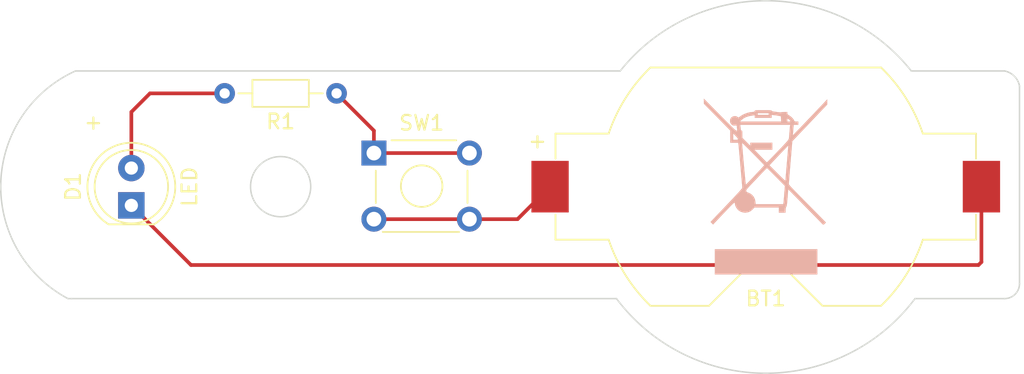
<source format=kicad_pcb>
(kicad_pcb (version 20230410) (generator pcbnew)
  (layers (0 "F.Cu" signal) (31 "B.Cu" signal) (34 "B.Paste" user) (35 "F.Paste" user) (36 "B.SilkS" user "B.Silkscreen") (37 "F.SilkS" user "F.Silkscreen") (38 "B.Mask" user) (39 "F.Mask" user) (44 "Edge.Cuts" user))
  (net 0 "")
  (net 1 "/bat_pos")
  (net 2 "/LED_cathode")
  (net 3 "/LED_anode")
  (net 4 "Net-(SW1A-A)")
  (footprint "Resistor_THT:R_Axial_DIN0204_L3.6mm_D1.6mm_P7.62mm_Horizontal" (layer "F.Cu") (at 146.812 133.604 180)
    (fp_text reference "R1" (at 3.81 -1.92 -180) (layer "F.SilkS"))
    (fp_text value "R")
    (fp_line (start 6.68 0) (end 5.73 0) (stroke (width 0.12)) (layer "F.SilkS"))
    (fp_line (start 5.73 0.92) (end 5.73 -0.92) (stroke (width 0.12)) (layer "F.SilkS"))
    (fp_line (start 5.73 -0.92) (end 1.89 -0.92) (stroke (width 0.12)) (layer "F.SilkS"))
    (fp_line (start 1.89 0.92) (end 5.73 0.92) (stroke (width 0.12)) (layer "F.SilkS"))
    (fp_line (start 1.89 -0.92) (end 1.89 0.92) (stroke (width 0.12)) (layer "F.SilkS"))
    (fp_line (start 0.94 0) (end 1.89 0) (stroke (width 0.12)) (layer "F.SilkS"))
    (pad "1" thru_hole circle (at 0 0 180) (size 1.4 1.4) (drill 0.7) (layers "*.Cu" "*.Mask") (net 4 "Net-(SW1A-A)"))
    (pad "2" thru_hole oval (at 7.62 0 180) (size 1.4 1.4) (drill 0.7) (layers "*.Cu" "*.Mask") (net 3 "/LED_anode"))
  )
  (footprint "LED_THT:LED_D5.0mm" (layer "F.Cu") (at 132.842 141.229 90)
    (fp_text reference "D1" (at 1.27 -3.96 -90) (layer "F.SilkS"))
    (fp_text value "LED" (at 1.27 3.96 -90) (layer "F.SilkS"))
    (fp_line (start -1.29 -1.545) (end -1.29 1.545) (stroke (width 0.12)) (layer "F.SilkS"))
    (fp_arc (start -1.29 -1.54483) (mid 2.072002 -2.880433) (end 4.26 0.000462) (stroke (width 0.12)) (layer "F.SilkS"))
    (fp_arc (start 4.26 -0.000462) (mid 2.072002 2.880433) (end -1.29 1.54483) (stroke (width 0.12)) (layer "F.SilkS"))
    (fp_circle (center 1.27 0) (end 3.77 0) (stroke (width 0.12)) (fill none) (layer "F.SilkS"))
    (pad "1" thru_hole rect (at 0 0 90) (size 1.8 1.8) (drill 0.9) (layers "*.Cu" "*.Mask") (net 2 "/LED_cathode"))
    (pad "2" thru_hole circle (at 2.54 0 90) (size 1.8 1.8) (drill 0.9) (layers "*.Cu" "*.Mask") (net 3 "/LED_anode"))
  )
  (footprint "Button_Switch_THT:SW_TH_Tactile_Omron_B3F-10xx" (layer "F.Cu") (at 149.352 137.668)
    (fp_text reference "SW1" (at 3.25 -2.05) (layer "F.SilkS"))
    (fp_text value "SW_DPST_x2")
    (fp_line (start 0.13 3.4) (end 0.13 1.2) (stroke (width 0.12)) (layer "F.SilkS"))
    (fp_line (start 0.6 5.37) (end 5.8 5.37) (stroke (width 0.12)) (layer "F.SilkS"))
    (fp_line (start 1.2 -0.87) (end 5.6 -0.87) (stroke (width 0.12)) (layer "F.SilkS"))
    (fp_line (start 6.37 1.2) (end 6.37 3.4) (stroke (width 0.12)) (layer "F.SilkS"))
    (fp_circle (center 3.25 2.25) (end 4.25 3.25) (stroke (width 0.12)) (fill none) (layer "F.SilkS"))
    (pad "1" thru_hole rect (at 0 0) (size 1.7 1.7) (drill 1) (layers "*.Cu" "*.Mask") (net 4 "Net-(SW1A-A)"))
    (pad "1" thru_hole circle (at 6.5 0) (size 1.7 1.7) (drill 1) (layers "*.Cu" "*.Mask") (net 4 "Net-(SW1A-A)"))
    (pad "2" thru_hole circle (at 0 4.5) (size 1.7 1.7) (drill 1) (layers "*.Cu" "*.Mask") (net 1 "/bat_pos"))
    (pad "2" thru_hole circle (at 6.5 4.5) (size 1.7 1.7) (drill 1) (layers "*.Cu" "*.Mask") (net 1 "/bat_pos"))
  )
  (footprint "Battery:BatteryHolder_Keystone_1058_1x2032" (layer "F.Cu") (at 176.022 139.954)
    (fp_text reference "BT1" (at 0 7.62) (layer "F.SilkS"))
    (fp_text value "Battery_Cell")
    (fp_line (start -14.31 -3.61) (end -10.692 -3.61) (stroke (width 0.12)) (layer "F.SilkS"))
    (fp_line (start -14.31 -1.9) (end -14.31 -3.61) (stroke (width 0.12)) (layer "F.SilkS"))
    (fp_line (start -14.31 1.9) (end -14.31 3.61) (stroke (width 0.12)) (layer "F.SilkS"))
    (fp_line (start -10.692 3.61) (end -14.31 3.61) (stroke (width 0.12)) (layer "F.SilkS"))
    (fp_line (start -7.8473 -8.11) (end 7.8473 -8.11) (stroke (width 0.12)) (layer "F.SilkS"))
    (fp_line (start -3.86 8.11) (end -7.8473 8.11) (stroke (width 0.12)) (layer "F.SilkS"))
    (fp_line (start -1.66 5.91) (end -3.86 8.11) (stroke (width 0.12)) (layer "F.SilkS"))
    (fp_line (start 1.66 5.91) (end -1.66 5.91) (stroke (width 0.12)) (layer "F.SilkS"))
    (fp_line (start 1.66 5.91) (end 3.86 8.11) (stroke (width 0.12)) (layer "F.SilkS"))
    (fp_line (start 7.8473 8.11) (end 3.86 8.11) (stroke (width 0.12)) (layer "F.SilkS"))
    (fp_line (start 10.692 -3.61) (end 14.31 -3.61) (stroke (width 0.12)) (layer "F.SilkS"))
    (fp_line (start 14.31 -1.9) (end 14.31 -3.61) (stroke (width 0.12)) (layer "F.SilkS"))
    (fp_line (start 14.31 1.9) (end 14.31 3.61) (stroke (width 0.12)) (layer "F.SilkS"))
    (fp_line (start 14.31 3.61) (end 10.692 3.61) (stroke (width 0.12)) (layer "F.SilkS"))
    (fp_arc (start -10.692 -3.61) (mid -9.538084 -6.031244) (end -7.845371 -8.111789) (stroke (width 0.12)) (layer "F.SilkS"))
    (fp_arc (start -7.845371 8.111789) (mid -9.538085 6.031244) (end -10.692 3.61) (stroke (width 0.12)) (layer "F.SilkS"))
    (fp_arc (start 7.845371 -8.111789) (mid 9.538085 -6.031244) (end 10.692 -3.61) (stroke (width 0.12)) (layer "F.SilkS"))
    (fp_arc (start 10.692 3.61) (mid 9.538084 6.031244) (end 7.845371 8.111789) (stroke (width 0.12)) (layer "F.SilkS"))
    (pad "1" smd rect (at -14.68 0) (size 2.54 3.51) (layers "F.Cu" "F.Paste" "F.Mask") (net 1 "/bat_pos"))
    (pad "2" smd rect (at 14.68 0) (size 2.54 3.51) (layers "F.Cu" "F.Paste" "F.Mask") (net 2 "/LED_cathode"))
  )
  (footprint "Symbol:WEEE-Logo_8.4x12mm_SilkScreen" (layer "B.Cu") (at 176.022 139.954 180)
    (fp_text reference "REF**" hide)
    (fp_text value "WEEE-Logo_8.4x12mm_SilkScreen" hide)
    (fp_poly (pts (xy 3.461372 -5.976471) (xy -3.511177 -5.976471) (xy -3.511177 -4.258235) (xy 3.461372 -4.258235) (xy 3.461372 -5.976471)) (stroke (width 0.01)) (fill solid) (layer "B.SilkS"))
    (fp_poly (pts (xy 4.207205 5.812752) (xy 4.205978 5.640294) (xy 3.311386 4.731372) (xy 2.416794 3.822451) (xy 2.41549 2.988235) (xy 1.870699 2.988235) (xy 1.856661 2.882402) (xy 1.851345 2.834163) (xy 1.842386 2.743321) (xy 1.830261 2.615296) (xy 1.81545 2.455506) (xy 1.798432 2.26937) (xy 1.779687 2.062307) (xy 1.759694 1.839735) (xy 1.738932 1.607074) (xy 1.71788 1.369743) (xy 1.697017 1.13316) (xy 1.676823 0.902744) (xy 1.657778 0.683914) (xy 1.640359 0.482089) (xy 1.625047 0.302688) (xy 1.612321 0.15113) (xy 1.602659 0.032832) (xy 1.596542 -0.046784) (xy 1.594449 -0.082302) (xy 1.59445 -0.082471) (xy 1.609716 -0.11097) (xy 1.65557 -0.169815) (xy 1.732635 -0.259691) (xy 1.841535 -0.381283) (xy 1.982895 -0.535276) (xy 2.157338 -0.722355) (xy 2.365488 -0.943204) (xy 2.607968 -1.19851) (xy 2.676125 -1.27) (xy 3.757075 -2.403039) (xy 3.669684 -2.490196) (xy 3.582294 -2.577353) (xy 3.440902 -2.423521) (xy 3.389176 -2.367926) (xy 3.308376 -2.281953) (xy 3.203833 -2.171235) (xy 3.080879 -2.041403) (xy 2.944843 -1.898089) (xy 2.801059 -1.746927) (xy 2.71504 -1.656644) (xy 2.553549 -1.487509) (xy 2.423017 -1.352033) (xy 2.320116 -1.247752) (xy 2.241517 -1.172203) (xy 2.183892 -1.122922) (xy 2.143911 -1.097446) (xy 2.118248 -1.093311) (xy 2.103573 -1.108054) (xy 2.096558 -1.139212) (xy 2.093875 -1.18432) (xy 2.093515 -1.19663) (xy 2.074863 -1.281433) (xy 2.028906 -1.383934) (xy 1.964819 -1.487924) (xy 1.891774 -1.577191) (xy 1.862546 -1.604766) (xy 1.712578 -1.70125) (xy 1.537395 -1.755234) (xy 1.382512 -1.768039) (xy 1.206986 -1.743886) (xy 1.044879 -1.673061) (xy 0.901404 -1.558017) (xy 0.874932 -1.529381) (xy 0.778133 -1.419412) (xy -0.896471 -1.419412) (xy -0.896471 -1.768039) (xy -1.344706 -1.768039) (xy -1.344706 -1.605168) (xy -1.350331 -1.49398) (xy -1.369229 -1.416805) (xy -1.392197 -1.374825) (xy -1.408607 -1.344789) (xy -1.422659 -1.301239) (xy -1.435284 -1.23772) (xy -1.447413 -1.147774) (xy -1.459976 -1.024947) (xy -1.473906 -0.862782) (xy -1.483444 -0.742144) (xy -1.5272 -0.176934) (xy -2.601374 -1.265085) (xy -2.795595 -1.461981) (xy -2.982043 -1.651281) (xy -3.15731 -1.829506) (xy -3.317989 -1.99318) (xy -3.460674 -2.138824) (xy -3.581958 -2.262962) (xy -3.678434 -2.362115) (xy -3.746696 -2.432807) (xy -3.783298 -2.47152) (xy -3.843432 -2.532811) (xy -3.893592 -2.575559) (xy -3.920571 -2.589804) (xy -3.955032 -2.573118) (xy -4.005264 -2.531425) (xy -4.022291 -2.514447) (xy -4.094488 -2.439089) (xy -3.696999 -2.035164) (xy -3.595592 -1.932266) (xy -3.464833 -1.79982) (xy -3.310459 -1.643625) (xy -3.138204 -1.469478) (xy -2.953806 -1.283176) (xy -2.763001 -1.090518) (xy -2.571523 -0.897301) (xy -2.434167 -0.758777) (xy -2.225372 -0.547678) (xy -2.049962 -0.36896) (xy -1.905692 -0.220204) (xy -1.79032 -0.098991) (xy -1.701601 -0.002903) (xy -1.65763 0.047273) (xy -1.304531 0.047273) (xy -1.260323 -0.517981) (xy -1.246991 -0.683668) (xy -1.234095 -0.835185) (xy -1.222364 -0.964611) (xy -1.21253 -1.064027) (xy -1.205324 -1.125515) (xy -1.203005 -1.139265) (xy -1.189895 -1.195294) (xy 0.690436 -1.195294) (xy 0.702988 -1.038925) (xy 0.740884 -0.854173) (xy 0.820188 -0.690742) (xy 0.935899 -0.554585) (xy 1.083019 -0.451654) (xy 1.248146 -0.389866) (xy 1.301716 -0.360883) (xy 1.328535 -0.29868) (xy 1.329097 -0.295937) (xy 1.332315 -0.269677) (xy 1.328337 -0.242787) (xy 1.313281 -0.210279) (xy 1.283264 -0.167166) (xy 1.234403 -0.108461) (xy 1.162816 -0.029174) (xy 1.06462 0.075681) (xy 0.935932 0.211093) (xy 0.927617 0.219814) (xy 0.7892 0.365163) (xy 0.642043 0.519979) (xy 0.496259 0.673603) (xy 0.361958 0.815377) (xy 0.249253 0.934645) (xy 0.224118 0.961308) (xy 0.127762 1.061847) (xy 0.042166 1.147885) (xy -0.026527 1.213504) (xy -0.072172 1.252786) (xy -0.087497 1.26142) (xy -0.110352 1.24335) (xy -0.163799 1.193781) (xy -0.24363 1.116838) (xy -0.345636 1.016649) (xy -0.465608 0.89734) (xy -0.599337 0.763038) (xy -0.708636 0.652411) (xy -1.304531 0.047273) (xy -1.65763 0.047273) (xy -1.637292 0.070481) (xy -1.595148 0.12358) (xy -1.572927 0.158811) (xy -1.567983 0.175127) (xy -1.569856 0.210734) (xy -1.575546 0.291331) (xy -1.584685 0.41228) (xy -1.596904 0.568942) (xy -1.611836 0.75668) (xy -1.629113 0.970854) (xy -1.648365 1.206828) (xy -1.669225 1.459964) (xy -1.686037 1.662271) (xy -1.781157 2.802901) (xy -1.536398 2.802901) (xy -1.535344 2.778286) (xy -1.530386 2.708959) (xy -1.521922 2.599829) (xy -1.510352 2.4558) (xy -1.496072 2.281781) (xy -1.479483 2.082678) (xy -1.460981 1.863396) (xy -1.443225 1.655203) (xy -1.423113 1.418984) (xy -1.404379 1.196) (xy -1.387454 0.991572) (xy -1.372765 0.811025) (xy -1.360743 0.65968) (xy -1.351817 0.542861) (xy -1.346415 0.465889) (xy -1.344916 0.435996) (xy -1.342577 0.417392) (xy -1.333311 0.410009) (xy -1.313546 0.41693) (xy -1.27971 0.441233) (xy -1.228231 0.486001) (xy -1.155538 0.554312) (xy -1.058058 0.649249) (xy -0.932221 0.77389) (xy -0.798703 0.907083) (xy -0.252699 1.452663) (xy -0.256526 1.456765) (xy 0.104387 1.456765) (xy 0.120836 1.434239) (xy 0.166883 1.381199) (xy 0.237914 1.302519) (xy 0.329314 1.203074) (xy 0.436468 1.087739) (xy 0.55476 0.961388) (xy 0.679576 0.828896) (xy 0.8063 0.695137) (xy 0.930318 0.564987) (xy 1.047013 0.44332) (xy 1.151772 0.33501) (xy 1.239979 0.244932) (xy 1.307019 0.177962) (xy 1.348276 0.138973) (xy 1.359527 0.13103) (xy 1.363236 0.156668) (xy 1.370935 0.227481) (xy 1.382202 0.339036) (xy 1.396611 0.4869) (xy 1.413741 0.666641) (xy 1.433167 0.873825) (xy 1.454467 1.104019) (xy 1.477217 1.35279) (xy 1.495381 1.553385) (xy 1.518616 1.813488) (xy 1.540083 2.058516) (xy 1.559421 2.284024) (xy 1.576268 2.485568) (xy 1.590265 2.658703) (xy 1.60105 2.798982) (xy 1.608261 2.901963) (xy 1.611539 2.963199) (xy 1.611164 2.979098) (xy 1.591574 2.964936) (xy 1.541689 2.919413) (xy 1.465868 2.846936) (xy 1.368472 2.75191) (xy 1.253864 2.638742) (xy 1.126403 2.511838) (xy 0.990452 2.375604) (xy 0.850371 2.234446) (xy 0.710522 2.09277) (xy 0.575265 1.954984) (xy 0.448962 1.825492) (xy 0.335974 1.7087) (xy 0.240662 1.609016) (xy 0.167388 1.530846) (xy 0.120511 1.478594) (xy 0.104387 1.456765) (xy -0.256526 1.456765) (xy -0.456301 1.670868) (xy -0.559992 1.781607) (xy -0.676372 1.905241) (xy -0.80084 2.036946) (xy -0.928794 2.1719) (xy -1.055633 2.30528) (xy -1.176755 2.432263) (xy -1.287558 2.548028) (xy -1.383442 2.64775) (xy -1.459806 2.726608) (xy -1.512046 2.779778) (xy -1.535563 2.802438) (xy -1.536398 2.802901) (xy -1.781157 2.802901) (xy -1.804931 3.087974) (xy -4.183529 5.58948) (xy -4.181779 5.939118) (xy -3.989664 5.733897) (xy -3.882145 5.619436) (xy -3.755204 5.484959) (xy -3.612266 5.334044) (xy -3.456757 5.170271) (xy -3.292103 4.997218) (xy -3.121729 4.818463) (xy -2.949061 4.637585) (xy -2.777525 4.458162) (xy -2.610546 4.283774) (xy -2.45155 4.117998) (xy -2.303963 3.964414) (xy -2.171211 3.8266) (xy -2.056718 3.708134) (xy -1.963912 3.612596) (xy -1.896217 3.543563) (xy -1.85706 3.504615) (xy -1.848478 3.497143) (xy -1.847888 3.523134) (xy -1.851134 3.589681) (xy -1.857653 3.687728) (xy -1.86688 3.808221) (xy -1.870841 3.856355) (xy -1.900339 4.208431) (xy -1.66938 4.208431) (xy -1.657456 4.152402) (xy -1.651375 4.108091) (xy -1.64283 4.024717) (xy -1.632809 3.912903) (xy -1.622299 3.783272) (xy -1.618662 3.735294) (xy -1.607934 3.59754) (xy -1.597106 3.469613) (xy -1.587261 3.363601) (xy -1.579482 3.291591) (xy -1.577728 3.278523) (xy -1.571111 3.251693) (xy -1.556788 3.220288) (xy -1.531713 3.180786) (xy -1.492841 3.129668) (xy -1.437126 3.063411) (xy -1.361523 2.978497) (xy -1.262987 2.871405) (xy -1.138471 2.738614) (xy -0.98493 2.576603) (xy -0.8283 2.412217) (xy -0.67247 2.249539) (xy -0.527006 2.098882) (xy -0.395531 1.963907) (xy -0.281665 1.848278) (xy -0.18903 1.755657) (xy -0.121246 1.689706) (xy -0.081935 1.65409) (xy -0.073552 1.648792) (xy -0.051496 1.668004) (xy 0.000058 1.718107) (xy 0.076106 1.794074) (xy 0.171645 1.890879) (xy 0.281672 2.003496) (xy 0.36124 2.085539) (xy 0.77665 2.515098) (xy -0.448235 2.515098) (xy -0.448235 2.988235) (xy 1.045882 2.988235) (xy 1.045882 2.777418) (xy 1.319804 3.05049) (xy 1.514116 3.2442) (xy 1.892549 3.2442) (xy 1.896169 3.213642) (xy 1.914491 3.196617) (xy 1.958707 3.189199) (xy 2.040012 3.187464) (xy 2.054412 3.187451) (xy 2.216274 3.187451) (xy 2.216274 3.621796) (xy 2.054412 3.461372) (xy 1.963105 3.363839) (xy 1.908493 3.289117) (xy 1.892549 3.2442) (xy 1.514116 3.2442) (xy 1.593725 3.323562) (xy 1.593725 3.566781) (xy 1.594488 3.678677) (xy 1.597979 3.749863) (xy 1.606 3.789421) (xy 1.620356 3.806438) (xy 1.642004 3.81) (xy 1.66608 3.815229) (xy 1.683875 3.836195) (xy 1.697541 3.880814) (xy 1.709228 3.957003) (xy 1.721089 4.07268) (xy 1.724896 4.115049) (xy 1.733137 4.208431) (xy -1.66938 4.208431) (xy -1.900339 4.208431) (xy -2.216275 4.208431) (xy -2.216275 4.432549) (xy -2.082013 4.432549) (xy -2.003486 4.4347) (xy -1.960817 4.445081) (xy -1.955597 4.45126) (xy -1.680593 4.45126) (xy -1.66612 4.437145) (xy -1.615986 4.432788) (xy -1.582151 4.432549) (xy -1.469216 4.432549) (xy -1.048064 4.432549) (xy 1.753245 4.432549) (xy 1.658496 4.529581) (xy 1.511336 4.649319) (xy 1.329207 4.74167) (xy 1.109023 4.8079) (xy 0.890245 4.84453) (xy 0.747059 4.861621) (xy 0.747059 4.681569) (xy -0.398431 4.681569) (xy -0.398431 4.885839) (xy -0.56652 4.868803) (xy -0.683963 4.854426) (xy -0.809091 4.835367) (xy -0.88402 4.821755) (xy -1.033431 4.791743) (xy -1.040748 4.612146) (xy -1.048064 4.432549) (xy -1.469216 4.432549) (xy -1.469216 4.532157) (xy -1.472508 4.594557) (xy -1.480733 4.62924) (xy -1.484048 4.631765) (xy -1.520914 4.615792) (xy -1.574774 4.577043) (xy -1.628769 4.529268) (xy -1.666038 4.486219) (xy -1.669358 4.480621) (xy -1.680593 4.45126) (xy -1.955597 4.45126) (xy -1.940115 4.469584) (xy -1.931758 4.496276) (xy -1.897648 4.565544) (xy -1.832136 4.648815) (xy -1.746493 4.734413) (xy -1.651991 4.810661) (xy -1.589917 4.850375) (xy -1.519205 4.893845) (xy -1.482956 4.930362) (xy -1.47022 4.973422) (xy -1.469241 4.999069) (xy -1.46924 5.005294) (xy -0.199216 5.005294) (xy -0.199216 4.880784) (xy 0.547843 4.880784) (xy 0.547843 5.005294) (xy -0.199216 5.005294) (xy -1.46924 5.005294) (xy -1.469216 5.08) (xy -1.259624 5.08) (xy -1.163193 5.077669) (xy -1.088037 5.071457) (xy -1.046257 5.062535) (xy -1.041732 5.058922) (xy -1.01523 5.053376) (xy -0.950733 5.055648) (xy -0.859323 5.065065) (xy -0.796863 5.07376) (xy -0.683608 5.090841) (xy -0.58003 5.106261) (xy -0.502192 5.117637) (xy -0.479363 5.120868) (xy -0.419718 5.13934) (xy -0.398431 5.168285) (xy -0.391959 5.180074) (xy -0.368808 5.189067) (xy -0.323374 5.195619) (xy -0.250055 5.200085) (xy -0.143246 5.202819) (xy 0.002654 5.204174) (xy 0.174314 5.20451) (xy 0.357519 5.204319) (xy 0.496892 5.203421) (xy 0.598404 5.201323) (xy 0.668026 5.197533) (xy 0.711731 5.191561) (xy 0.735488 5.182915) (xy 0.745269 5.171103) (xy 0.747059 5.15737) (xy 0.762295 5.113779) (xy 0.812201 5.088973) (xy 0.903076 5.080126) (xy 0.919426 5.08) (xy 1.07332 5.064124) (xy 1.248109 5.020421) (xy 1.428032 4.954776) (xy 1.597324 4.873073) (xy 1.740223 4.781199) (xy 1.758731 4.766642) (xy 1.819056 4.71928) (xy 1.85478 4.70031) (xy 1.879728 4.706443) (xy 1.905336 4.731744) (xy 1.980972 4.781305) (xy 2.079409 4.800331) (xy 2.185412 4.790436) (xy 2.283746 4.753237) (xy 2.359176 4.690349) (xy 2.364639 4.683039) (xy 2.421081 4.565646) (xy 2.431582 4.444131) (xy 2.397301 4.328293) (xy 2.319396 4.227932) (xy 2.30987 4.219645) (xy 2.254558 4.180278) (xy 2.198438 4.162942) (xy 2.119541 4.16169) (xy 2.099832 4.1628) (xy 2.022638 4.165633) (xy 1.982876 4.159143) (xy 1.968481 4.139559) (xy 1.967004 4.121274) (xy 1.963987 4.068232) (xy 1.9565 3.988461) (xy 1.951119 3.940735) (xy 1.943314 3.864931) (xy 1.94656 3.826126) (xy 1.965383 3.811942) (xy 1.998911 3.81) (xy 2.018796 3.816413) (xy 2.050874 3.837169) (xy 2.097522 3.874544) (xy 2.161118 3.930811) (xy 2.244038 4.008245) (xy 2.34866 4.109122) (xy 2.477361 4.235717) (xy 2.632518 4.390304) (xy 2.816508 4.575158) (xy 3.031709 4.792554) (xy 3.135419 4.897605) (xy 4.208431 5.985209) (xy 4.207205 5.812752)) (stroke (width 0.01)) (fill solid) (layer "B.SilkS"))
  )
  (gr_arc (start 192.278 132.080001) (mid 192.939809 132.434191) (end 193.293999 133.096) (stroke (width 0.1)) (layer "Edge.Cuts"))
  (gr_arc (start 128.524 147.574) (mid 123.956668 139.670087) (end 129.033537 132.083403) (stroke (width 0.1)) (layer "Edge.Cuts"))
  (gr_circle (center 143.002 139.954) (end 144.018 141.732) (stroke (width 0.1)) (fill none) (layer "Edge.Cuts"))
  (gr_line (start 166.116 132.08) (end 129.032 132.08) (stroke (width 0.1)) (layer "Edge.Cuts"))
  (gr_line (start 192.278 132.08) (end 185.928 132.08) (stroke (width 0.1)) (layer "Edge.Cuts"))
  (gr_arc (start 193.294 146.558) (mid 192.99642 147.27642) (end 192.278 147.574) (stroke (width 0.1)) (layer "Edge.Cuts"))
  (gr_line (start 128.778 147.574) (end 128.524 147.574) (stroke (width 0.1)) (layer "Edge.Cuts"))
  (gr_arc (start 186.182 147.574) (mid 176.022 152.654) (end 165.862 147.574) (stroke (width 0.1)) (layer "Edge.Cuts"))
  (gr_line (start 128.778 147.574) (end 165.862 147.574) (stroke (width 0.1)) (layer "Edge.Cuts"))
  (gr_line (start 193.294 146.558) (end 193.293999 133.096) (stroke (width 0.1)) (layer "Edge.Cuts"))
  (gr_arc (start 166.116 132.08) (mid 176.022 127.299803) (end 185.928 132.08) (stroke (width 0.1)) (layer "Edge.Cuts"))
  (gr_line (start 192.278 147.574) (end 186.182 147.574) (stroke (width 0.1)) (layer "Edge.Cuts"))
  (gr_text "+" (at 159.766 137.414) (layer "F.SilkS") (effects (font (size 1 1)) (justify left bottom)))
  (gr_text "+\n" (at 129.54 136.144) (layer "F.SilkS") (effects (font (size 1 1)) (justify left bottom)))
  (segment (start 149.352 142.168) (end 155.852 142.168) (width 0.25) (layer "F.Cu") (net 1))
  (segment (start 159.128 142.168) (end 161.342 139.954) (width 0.25) (layer "F.Cu") (net 1))
  (segment (start 155.852 142.168) (end 159.128 142.168) (width 0.25) (layer "F.Cu") (net 1))
  (segment (start 190.5 145.288) (end 136.901 145.288) (width 0.25) (layer "F.Cu") (net 2))
  (segment (start 190.702 139.954) (end 190.702 145.086) (width 0.25) (layer "F.Cu") (net 2))
  (segment (start 190.702 145.086) (end 190.5 145.288) (width 0.25) (layer "F.Cu") (net 2))
  (segment (start 136.901 145.288) (end 132.842 141.229) (width 0.25) (layer "F.Cu") (net 2))
  (segment (start 132.842 134.874) (end 134.112 133.604) (width 0.25) (layer "F.Cu") (net 3))
  (segment (start 132.842 138.689) (end 132.842 134.874) (width 0.25) (layer "F.Cu") (net 3))
  (segment (start 134.112 133.604) (end 139.192 133.604) (width 0.25) (layer "F.Cu") (net 3))
  (segment (start 149.352 136.144) (end 149.352 137.668) (width 0.25) (layer "F.Cu") (net 4))
  (segment (start 146.812 133.604) (end 149.352 136.144) (width 0.25) (layer "F.Cu") (net 4))
  (segment (start 149.352 137.668) (end 155.852 137.668) (width 0.25) (layer "F.Cu") (net 4))
)
</source>
